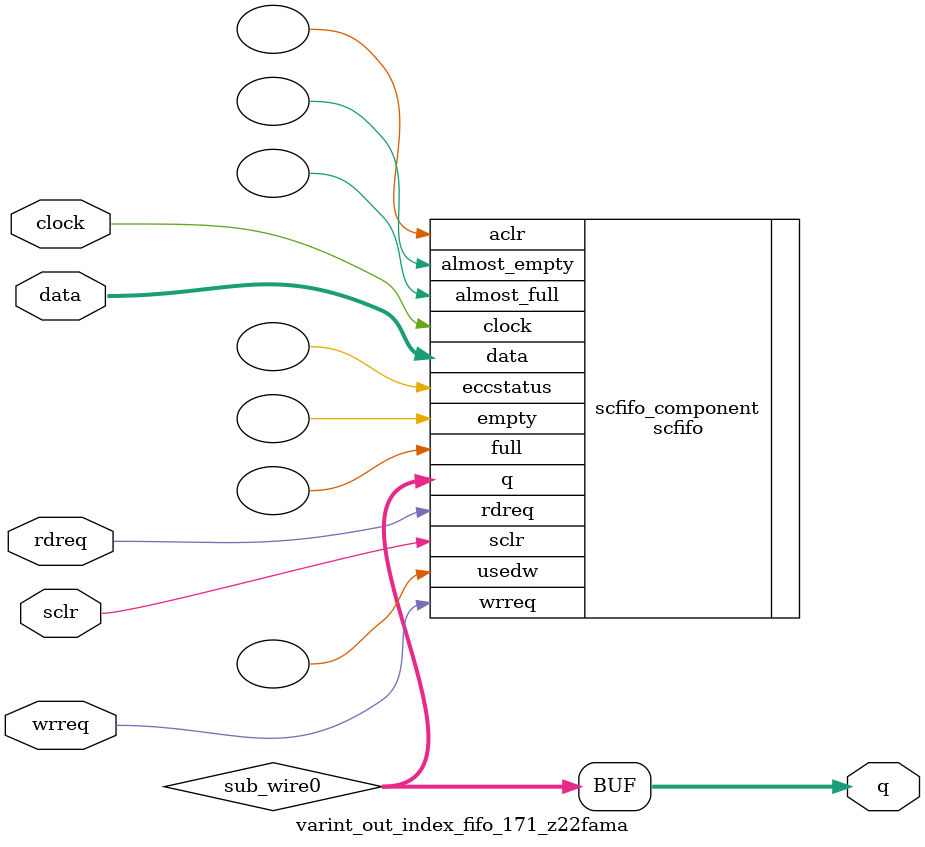
<source format=v>



`timescale 1 ps / 1 ps
// synopsys translate_on
module  varint_out_index_fifo_171_z22fama  (
    clock,
    data,
    rdreq,
    sclr,
    wrreq,
    q);

    input    clock;
    input  [9:0]  data;
    input    rdreq;
    input    sclr;
    input    wrreq;
    output [9:0]  q;

    wire [9:0] sub_wire0;
    wire [9:0] q = sub_wire0[9:0];

    scfifo  scfifo_component (
                .clock (clock),
                .data (data),
                .rdreq (rdreq),
                .sclr (sclr),
                .wrreq (wrreq),
                .q (sub_wire0),
                .aclr (),
                .almost_empty (),
                .almost_full (),
                .eccstatus (),
                .empty (),
                .full (),
                .usedw ());
    defparam
        scfifo_component.add_ram_output_register  = "ON",
        scfifo_component.enable_ecc  = "FALSE",
        scfifo_component.intended_device_family  = "Arria 10",
        scfifo_component.lpm_numwords  = 4096,
        scfifo_component.lpm_showahead  = "OFF",
        scfifo_component.lpm_type  = "scfifo",
        scfifo_component.lpm_width  = 10,
        scfifo_component.lpm_widthu  = 12,
        scfifo_component.overflow_checking  = "ON",
        scfifo_component.underflow_checking  = "ON",
        scfifo_component.use_eab  = "ON";


endmodule



</source>
